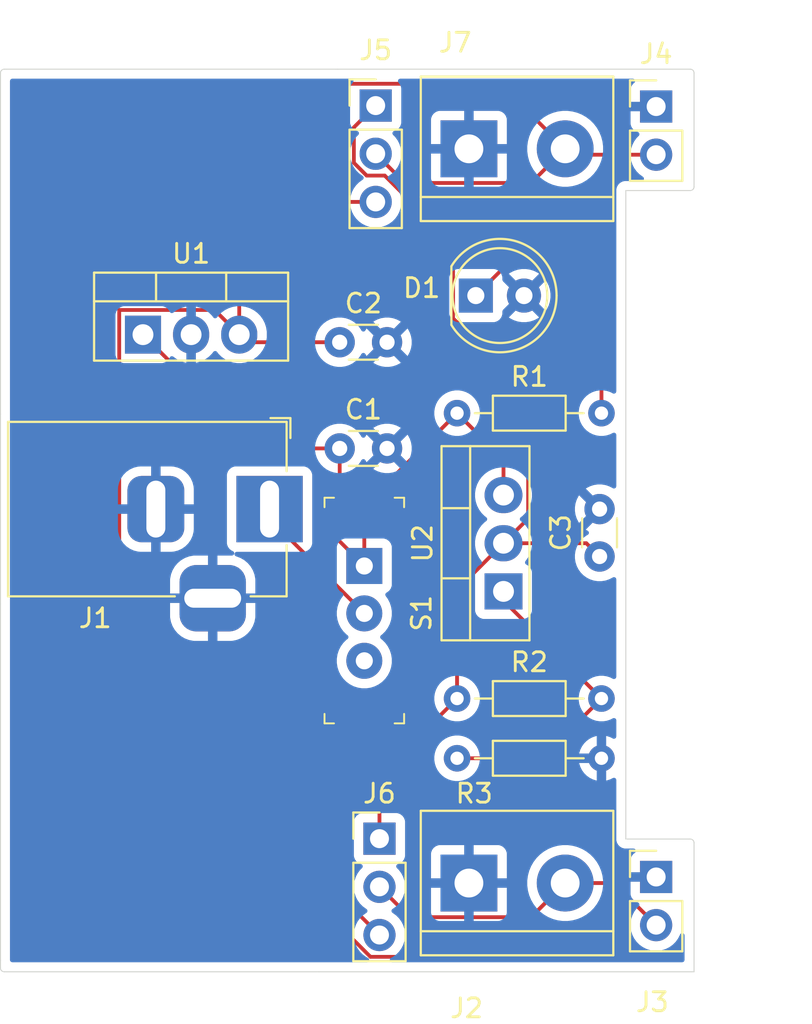
<source format=kicad_pcb>
(kicad_pcb (version 20241229) (generator "pcbnew") (generator_version "9.0")
  (layers (0 "F.Cu" signal) (2 "B.Cu" signal) (13 "F.Paste" user) (15 "B.Paste" user) (5 "F.SilkS" user "F.Silkscreen") (7 "B.SilkS" user "B.Silkscreen") (1 "F.Mask" user) (3 "B.Mask" user) (25 "Edge.Cuts" user))
  (net 0 "")
  (net 1 "GND")
  (net 2 "/12V")
  (net 3 "/5V")
  (net 4 "/3.3V")
  (net 5 "Net-(D1-K)")
  (net 6 "/PWR_intput")
  (net 7 "/PWR_output")
  (net 8 "Net-(U2-ADJ)")
  (footprint "Capacitor_THT:C_Disc_D3.0mm_W1.6mm_P2.50mm" (layer "F.Cu") (at 137.7 86)
    (property "Reference" "C2" (at 1.25 -2.05 0) (layer "F.SilkS"))
    (property "Value" "0.1u")
    (fp_line (start 0.485 -0.92) (end 2.015 -0.92) (stroke (width 0.12)) (layer "F.SilkS"))
    (fp_line (start 0.485 0.92) (end 2.015 0.92) (stroke (width 0.12)) (layer "F.SilkS"))
    (pad "1" thru_hole circle (at 0 0) (size 1.6 1.6) (drill 0.8) (layers "*.Cu" "*.Mask") (net 3 "/5V"))
    (pad "2" thru_hole circle (at 2.5 0) (size 1.6 1.6) (drill 0.8) (layers "*.Cu" "*.Mask") (net 1 "GND"))
  )
  (footprint "Connector_PinHeader_2.54mm:PinHeader_1x03_P2.54mm_Vertical" (layer "F.Cu") (at 139.6 73.52)
    (property "Reference" "J5" (at 0 -2.92 0) (layer "F.SilkS"))
    (property "Value" "Conn_01x03_Pin")
    (fp_line (start -1.38 -1.38) (end 0 -1.38) (stroke (width 0.12)) (layer "F.SilkS"))
    (fp_line (start -1.38 0) (end -1.38 -1.38) (stroke (width 0.12)) (layer "F.SilkS"))
    (fp_line (start -1.38 1.27) (end -1.38 6.46) (stroke (width 0.12)) (layer "F.SilkS"))
    (fp_line (start -1.38 1.27) (end 1.38 1.27) (stroke (width 0.12)) (layer "F.SilkS"))
    (fp_line (start -1.38 6.46) (end 1.38 6.46) (stroke (width 0.12)) (layer "F.SilkS"))
    (fp_line (start 1.38 1.27) (end 1.38 6.46) (stroke (width 0.12)) (layer "F.SilkS"))
    (pad "1" thru_hole rect (at 0 0) (size 1.7 1.7) (drill 1) (layers "*.Cu" "*.Mask") (net 4 "/3.3V"))
    (pad "2" thru_hole circle (at 0 2.54) (size 1.7 1.7) (drill 1) (layers "*.Cu" "*.Mask") (net 7 "/PWR_output"))
    (pad "3" thru_hole circle (at 0 5.08) (size 1.7 1.7) (drill 1) (layers "*.Cu" "*.Mask") (net 3 "/5V"))
  )
  (footprint "Package_TO_SOT_THT:TO-220-3_Vertical" (layer "F.Cu") (at 127.32 85.6)
    (property "Reference" "U1" (at 2.54 -4.27 0) (layer "F.SilkS"))
    (property "Value" "LM7805_TO220")
    (fp_line (start -2.58 -3.27) (end -2.58 1.371) (stroke (width 0.12)) (layer "F.SilkS"))
    (fp_line (start -2.58 -3.27) (end 7.66 -3.27) (stroke (width 0.12)) (layer "F.SilkS"))
    (fp_line (start -2.58 -1.76) (end 7.66 -1.76) (stroke (width 0.12)) (layer "F.SilkS"))
    (fp_line (start -2.58 1.371) (end 7.66 1.371) (stroke (width 0.12)) (layer "F.SilkS"))
    (fp_line (start 0.69 -3.27) (end 0.69 -1.76) (stroke (width 0.12)) (layer "F.SilkS"))
    (fp_line (start 4.391 -3.27) (end 4.391 -1.76) (stroke (width 0.12)) (layer "F.SilkS"))
    (fp_line (start 7.66 -3.27) (end 7.66 1.371) (stroke (width 0.12)) (layer "F.SilkS"))
    (pad "1" thru_hole rect (at 0 0) (size 1.905 2) (drill 1.1) (layers "*.Cu" "*.Mask") (net 2 "/12V"))
    (pad "2" thru_hole oval (at 2.54 0) (size 1.905 2) (drill 1.1) (layers "*.Cu" "*.Mask") (net 1 "GND"))
    (pad "3" thru_hole oval (at 5.08 0) (size 1.905 2) (drill 1.1) (layers "*.Cu" "*.Mask") (net 3 "/5V"))
  )
  (footprint "Connector_PinHeader_2.54mm:PinHeader_1x03_P2.54mm_Vertical" (layer "F.Cu") (at 139.8 112.18)
    (property "Reference" "J6" (at 0 -2.38 0) (layer "F.SilkS"))
    (property "Value" "Conn_01x03_Pin")
    (fp_line (start -1.38 -1.38) (end 0 -1.38) (stroke (width 0.12)) (layer "F.SilkS"))
    (fp_line (start -1.38 0) (end -1.38 -1.38) (stroke (width 0.12)) (layer "F.SilkS"))
    (fp_line (start -1.38 1.27) (end -1.38 6.46) (stroke (width 0.12)) (layer "F.SilkS"))
    (fp_line (start -1.38 1.27) (end 1.38 1.27) (stroke (width 0.12)) (layer "F.SilkS"))
    (fp_line (start -1.38 6.46) (end 1.38 6.46) (stroke (width 0.12)) (layer "F.SilkS"))
    (fp_line (start 1.38 1.27) (end 1.38 6.46) (stroke (width 0.12)) (layer "F.SilkS"))
    (pad "1" thru_hole rect (at 0 0) (size 1.7 1.7) (drill 1) (layers "*.Cu" "*.Mask") (net 4 "/3.3V"))
    (pad "2" thru_hole circle (at 0 2.54) (size 1.7 1.7) (drill 1) (layers "*.Cu" "*.Mask") (net 7 "/PWR_output"))
    (pad "3" thru_hole circle (at 0 5.08) (size 1.7 1.7) (drill 1) (layers "*.Cu" "*.Mask") (net 3 "/5V"))
  )
  (footprint "Connector_BarrelJack:BarrelJack_Horizontal" (layer "F.Cu") (at 134 94.8)
    (property "Reference" "J1" (at -9.2 5.75 0) (layer "F.SilkS"))
    (property "Value" "Barrel_Jack_Switch")
    (fp_line (start -13.8 -4.6) (end 0.9 -4.6) (stroke (width 0.12)) (layer "F.SilkS"))
    (fp_line (start -13.8 4.6) (end -13.8 -4.6) (stroke (width 0.12)) (layer "F.SilkS"))
    (fp_line (start -5 4.6) (end -13.8 4.6) (stroke (width 0.12)) (layer "F.SilkS"))
    (fp_line (start 0.05 -4.8) (end 1.1 -4.8) (stroke (width 0.12)) (layer "F.SilkS"))
    (fp_line (start 0.9 -4.6) (end 0.9 -2) (stroke (width 0.12)) (layer "F.SilkS"))
    (fp_line (start 0.9 1.9) (end 0.9 4.6) (stroke (width 0.12)) (layer "F.SilkS"))
    (fp_line (start 0.9 4.6) (end -1 4.6) (stroke (width 0.12)) (layer "F.SilkS"))
    (fp_line (start 1.1 -3.75) (end 1.1 -4.8) (stroke (width 0.12)) (layer "F.SilkS"))
    (pad "1" thru_hole rect (at 0 0) (size 3.5 3.5) (drill oval 1 3) (layers "*.Cu" "*.Mask") (net 6 "/PWR_intput"))
    (pad "2" thru_hole roundrect (at -6 0) (size 3 3.5) (drill oval 1 3) (layers "*.Cu" "*.Mask") (net 1 "GND"))
    (pad "3" thru_hole roundrect (at -3 4.7) (size 3.5 3.5) (drill oval 3 1) (layers "*.Cu" "*.Mask") (net 1 "GND"))
  )
  (footprint "Connector_PinHeader_2.54mm:PinHeader_1x02_P2.54mm_Vertical" (layer "F.Cu") (at 154.4 114.2)
    (property "Reference" "J3" (at -0.2 6.6 0) (layer "F.SilkS"))
    (property "Value" "Conn_01x02_Pin")
    (fp_line (start -1.38 -1.38) (end 0 -1.38) (stroke (width 0.12)) (layer "F.SilkS"))
    (fp_line (start -1.38 0) (end -1.38 -1.38) (stroke (width 0.12)) (layer "F.SilkS"))
    (fp_line (start -1.38 1.27) (end -1.38 3.92) (stroke (width 0.12)) (layer "F.SilkS"))
    (fp_line (start -1.38 1.27) (end 1.38 1.27) (stroke (width 0.12)) (layer "F.SilkS"))
    (fp_line (start -1.38 3.92) (end 1.38 3.92) (stroke (width 0.12)) (layer "F.SilkS"))
    (fp_line (start 1.38 1.27) (end 1.38 3.92) (stroke (width 0.12)) (layer "F.SilkS"))
    (pad "1" thru_hole rect (at 0 0) (size 1.7 1.7) (drill 1) (layers "*.Cu" "*.Mask") (net 1 "GND"))
    (pad "2" thru_hole circle (at 0 2.54) (size 1.7 1.7) (drill 1) (layers "*.Cu" "*.Mask") (net 7 "/PWR_output"))
  )
  (footprint "TerminalBlock:TerminalBlock_bornier-2_P5.08mm" (layer "F.Cu") (at 144.52 114.52)
    (property "Reference" "J2" (at -0.12 6.6 0) (layer "F.SilkS"))
    (property "Value" "Screw_Terminal_01x02")
    (fp_line (start -2.54 -3.81) (end -2.54 3.81) (stroke (width 0.12)) (layer "F.SilkS"))
    (fp_line (start -2.54 3.81) (end 7.62 3.81) (stroke (width 0.12)) (layer "F.SilkS"))
    (fp_line (start 7.62 -3.81) (end -2.54 -3.81) (stroke (width 0.12)) (layer "F.SilkS"))
    (fp_line (start 7.62 2.54) (end -2.54 2.54) (stroke (width 0.12)) (layer "F.SilkS"))
    (fp_line (start 7.62 3.81) (end 7.62 -3.81) (stroke (width 0.12)) (layer "F.SilkS"))
    (pad "1" thru_hole rect (at 0 0) (size 3 3) (drill 1.52) (layers "*.Cu" "*.Mask") (net 1 "GND"))
    (pad "2" thru_hole circle (at 5.08 0) (size 3 3) (drill 1.52) (layers "*.Cu" "*.Mask") (net 7 "/PWR_output"))
  )
  (footprint "Resistor_THT:R_Axial_DIN0204_L3.6mm_D1.6mm_P7.62mm_Horizontal" (layer "F.Cu") (at 143.895 107.94)
    (property "Reference" "R3" (at 0.905 1.86 0) (layer "F.SilkS"))
    (property "Value" "560")
    (fp_line (start 0.94 0) (end 1.89 0) (stroke (width 0.12)) (layer "F.SilkS"))
    (fp_line (start 1.89 -0.92) (end 1.89 0.92) (stroke (width 0.12)) (layer "F.SilkS"))
    (fp_line (start 1.89 0.92) (end 5.73 0.92) (stroke (width 0.12)) (layer "F.SilkS"))
    (fp_line (start 5.73 -0.92) (end 1.89 -0.92) (stroke (width 0.12)) (layer "F.SilkS"))
    (fp_line (start 5.73 0.92) (end 5.73 -0.92) (stroke (width 0.12)) (layer "F.SilkS"))
    (fp_line (start 6.68 0) (end 5.73 0) (stroke (width 0.12)) (layer "F.SilkS"))
    (pad "1" thru_hole circle (at 0 0) (size 1.4 1.4) (drill 0.7) (layers "*.Cu" "*.Mask") (net 8 "Net-(U2-ADJ)"))
    (pad "2" thru_hole oval (at 7.62 0) (size 1.4 1.4) (drill 0.7) (layers "*.Cu" "*.Mask") (net 1 "GND"))
  )
  (footprint "Resistor_THT:R_Axial_DIN0204_L3.6mm_D1.6mm_P7.62mm_Horizontal" (layer "F.Cu") (at 143.895 104.79)
    (property "Reference" "R2" (at 3.81 -1.92 0) (layer "F.SilkS"))
    (property "Value" "330")
    (fp_line (start 0.94 0) (end 1.89 0) (stroke (width 0.12)) (layer "F.SilkS"))
    (fp_line (start 1.89 -0.92) (end 1.89 0.92) (stroke (width 0.12)) (layer "F.SilkS"))
    (fp_line (start 1.89 0.92) (end 5.73 0.92) (stroke (width 0.12)) (layer "F.SilkS"))
    (fp_line (start 5.73 -0.92) (end 1.89 -0.92) (stroke (width 0.12)) (layer "F.SilkS"))
    (fp_line (start 5.73 0.92) (end 5.73 -0.92) (stroke (width 0.12)) (layer "F.SilkS"))
    (fp_line (start 6.68 0) (end 5.73 0) (stroke (width 0.12)) (layer "F.SilkS"))
    (pad "1" thru_hole circle (at 0 0) (size 1.4 1.4) (drill 0.7) (layers "*.Cu" "*.Mask") (net 4 "/3.3V"))
    (pad "2" thru_hole oval (at 7.62 0) (size 1.4 1.4) (drill 0.7) (layers "*.Cu" "*.Mask") (net 8 "Net-(U2-ADJ)"))
  )
  (footprint "LED_THT:LED_D5.0mm_Clear" (layer "F.Cu") (at 144.885 83.54)
    (property "Reference" "D1" (at -2.86 -0.4 0) (layer "F.SilkS"))
    (property "Value" "LED")
    (fp_line (start -1.29 -1.545) (end -1.29 1.545) (stroke (width 0.12)) (layer "F.SilkS"))
    (fp_arc (start -1.29 -1.54483) (mid 2.071756 -2.880501) (end 4.26 -0.000048) (stroke (width 0.12)) (layer "F.SilkS"))
    (fp_arc (start 4.26 0.000048) (mid 2.071756 2.880501) (end -1.29 1.54483) (stroke (width 0.12)) (layer "F.SilkS"))
    (fp_circle (center 1.27 0) (end 3.77 0) (stroke (width 0.12)) (fill no) (layer "F.SilkS"))
    (pad "1" thru_hole rect (at 0 0) (size 1.8 1.8) (drill 0.9) (layers "*.Cu" "*.Mask") (net 5 "Net-(D1-K)"))
    (pad "2" thru_hole circle (at 2.54 0) (size 1.8 1.8) (drill 0.9) (layers "*.Cu" "*.Mask") (net 1 "GND"))
  )
  (footprint "Connector_PinHeader_2.54mm:PinHeader_1x02_P2.54mm_Vertical" (layer "F.Cu") (at 154.4 73.57)
    (property "Reference" "J4" (at 0 -2.77 0) (layer "F.SilkS"))
    (property "Value" "Conn_01x02_Pin")
    (fp_line (start -1.38 -1.38) (end 0 -1.38) (stroke (width 0.12)) (layer "F.SilkS"))
    (fp_line (start -1.38 0) (end -1.38 -1.38) (stroke (width 0.12)) (layer "F.SilkS"))
    (fp_line (start -1.38 1.27) (end -1.38 3.92) (stroke (width 0.12)) (layer "F.SilkS"))
    (fp_line (start -1.38 1.27) (end 1.38 1.27) (stroke (width 0.12)) (layer "F.SilkS"))
    (fp_line (start -1.38 3.92) (end 1.38 3.92) (stroke (width 0.12)) (layer "F.SilkS"))
    (fp_line (start 1.38 1.27) (end 1.38 3.92) (stroke (width 0.12)) (layer "F.SilkS"))
    (pad "1" thru_hole rect (at 0 0) (size 1.7 1.7) (drill 1) (layers "*.Cu" "*.Mask") (net 1 "GND"))
    (pad "2" thru_hole circle (at 0 2.54) (size 1.7 1.7) (drill 1) (layers "*.Cu" "*.Mask") (net 7 "/PWR_output"))
  )
  (footprint "Resistor_THT:R_Axial_DIN0204_L3.6mm_D1.6mm_P7.62mm_Horizontal" (layer "F.Cu") (at 143.895 89.74)
    (property "Reference" "R1" (at 3.81 -1.92 0) (layer "F.SilkS"))
    (property "Value" "330")
    (fp_line (start 0.94 0) (end 1.89 0) (stroke (width 0.12)) (layer "F.SilkS"))
    (fp_line (start 1.89 -0.92) (end 1.89 0.92) (stroke (width 0.12)) (layer "F.SilkS"))
    (fp_line (start 1.89 0.92) (end 5.73 0.92) (stroke (width 0.12)) (layer "F.SilkS"))
    (fp_line (start 5.73 -0.92) (end 1.89 -0.92) (stroke (width 0.12)) (layer "F.SilkS"))
    (fp_line (start 5.73 0.92) (end 5.73 -0.92) (stroke (width 0.12)) (layer "F.SilkS"))
    (fp_line (start 6.68 0) (end 5.73 0) (stroke (width 0.12)) (layer "F.SilkS"))
    (pad "1" thru_hole circle (at 0 0) (size 1.4 1.4) (drill 0.7) (layers "*.Cu" "*.Mask") (net 2 "/12V"))
    (pad "2" thru_hole oval (at 7.62 0) (size 1.4 1.4) (drill 0.7) (layers "*.Cu" "*.Mask") (net 5 "Net-(D1-K)"))
  )
  (footprint "digikey-footprints:Switch_Slide_11.6x4mm_EG1218" (layer "F.Cu") (at 139 97.8 -90)
    (property "Reference" "S1" (at 2.49 -3.02 90) (layer "F.SilkS"))
    (property "Value" "EG1218")
    (fp_line (start -3.6 2.1) (end -3.1 2.1) (stroke (width 0.1)) (layer "F.SilkS"))
    (fp_line (start -3.6 2.1) (end -3.6 1.6) (stroke (width 0.1)) (layer "F.SilkS"))
    (fp_line (start 8.3 2.1) (end 7.8 2.1) (stroke (width 0.1)) (layer "F.SilkS"))
    (fp_line (start 8.3 2.1) (end 8.3 1.6) (stroke (width 0.1)) (layer "F.SilkS"))
    (fp_line (start -3.6 -2.1) (end -3.6 -1.6) (stroke (width 0.1)) (layer "F.SilkS"))
    (fp_line (start -3.6 -2.1) (end -3.1 -2.1) (stroke (width 0.1)) (layer "F.SilkS"))
    (fp_line (start 8.3 -2.1) (end 8.3 -1.6) (stroke (width 0.1)) (layer "F.SilkS"))
    (fp_line (start 8.3 -2.1) (end 7.8 -2.1) (stroke (width 0.1)) (layer "F.SilkS"))
    (pad "1" thru_hole rect (at 0 0 270) (size 1.9 1.9) (drill 0.9) (layers "*.Cu" "*.Mask") (net 2 "/12V"))
    (pad "2" thru_hole circle (at 2.5 0 270) (size 1.9 1.9) (drill 0.9) (layers "*.Cu" "*.Mask") (net 6 "/PWR_intput"))
    (pad "3" thru_hole circle (at 5 0 270) (size 1.9 1.9) (drill 0.9) (layers "*.Cu" "*.Mask"))
  )
  (footprint "Capacitor_THT:C_Disc_D3.0mm_W1.6mm_P2.50mm" (layer "F.Cu") (at 137.7 91.6)
    (property "Reference" "C1" (at 1.25 -2.05 0) (layer "F.SilkS"))
    (property "Value" "10u")
    (fp_line (start 0.485 -0.92) (end 2.015 -0.92) (stroke (width 0.12)) (layer "F.SilkS"))
    (fp_line (start 0.485 0.92) (end 2.015 0.92) (stroke (width 0.12)) (layer "F.SilkS"))
    (pad "1" thru_hole circle (at 0 0) (size 1.6 1.6) (drill 0.8) (layers "*.Cu" "*.Mask") (net 2 "/12V"))
    (pad "2" thru_hole circle (at 2.5 0) (size 1.6 1.6) (drill 0.8) (layers "*.Cu" "*.Mask") (net 1 "GND"))
  )
  (footprint "Capacitor_THT:C_Disc_D3.0mm_W1.6mm_P2.50mm" (layer "F.Cu") (at 151.415 97.3 90)
    (property "Reference" "C3" (at 1.25 -2.05 90) (layer "F.SilkS"))
    (property "Value" "1u")
    (fp_line (start 0.485 -0.92) (end 2.015 -0.92) (stroke (width 0.12)) (layer "F.SilkS"))
    (fp_line (start 0.485 0.92) (end 2.015 0.92) (stroke (width 0.12)) (layer "F.SilkS"))
    (pad "1" thru_hole circle (at 0 0 90) (size 1.6 1.6) (drill 0.8) (layers "*.Cu" "*.Mask") (net 4 "/3.3V"))
    (pad "2" thru_hole circle (at 2.5 0 90) (size 1.6 1.6) (drill 0.8) (layers "*.Cu" "*.Mask") (net 1 "GND"))
  )
  (footprint "TerminalBlock:TerminalBlock_bornier-2_P5.08mm" (layer "F.Cu") (at 144.52 75.8)
    (property "Reference" "J7" (at -0.72 -5.6 0) (layer "F.SilkS"))
    (property "Value" "Screw_Terminal_01x02")
    (fp_line (start -2.54 -3.81) (end -2.54 3.81) (stroke (width 0.12)) (layer "F.SilkS"))
    (fp_line (start -2.54 3.81) (end 7.62 3.81) (stroke (width 0.12)) (layer "F.SilkS"))
    (fp_line (start 7.62 -3.81) (end -2.54 -3.81) (stroke (width 0.12)) (layer "F.SilkS"))
    (fp_line (start 7.62 2.54) (end -2.54 2.54) (stroke (width 0.12)) (layer "F.SilkS"))
    (fp_line (start 7.62 3.81) (end 7.62 -3.81) (stroke (width 0.12)) (layer "F.SilkS"))
    (pad "1" thru_hole rect (at 0 0) (size 3 3) (drill 1.52) (layers "*.Cu" "*.Mask") (net 1 "GND"))
    (pad "2" thru_hole circle (at 5.08 0) (size 3 3) (drill 1.52) (layers "*.Cu" "*.Mask") (net 7 "/PWR_output"))
  )
  (footprint "Package_TO_SOT_THT:TO-220-3_Vertical" (layer "F.Cu") (at 146.345 99.14 90)
    (property "Reference" "U2" (at 2.54 -4.27 90) (layer "F.SilkS"))
    (property "Value" "LM317_TO-220")
    (fp_line (start 7.66 -3.27) (end 7.66 1.371) (stroke (width 0.12)) (layer "F.SilkS"))
    (fp_line (start 4.391 -3.27) (end 4.391 -1.76) (stroke (width 0.12)) (layer "F.SilkS"))
    (fp_line (start 0.69 -3.27) (end 0.69 -1.76) (stroke (width 0.12)) (layer "F.SilkS"))
    (fp_line (start -2.58 -3.27) (end 7.66 -3.27) (stroke (width 0.12)) (layer "F.SilkS"))
    (fp_line (start -2.58 -3.27) (end -2.58 1.371) (stroke (width 0.12)) (layer "F.SilkS"))
    (fp_line (start -2.58 -1.76) (end 7.66 -1.76) (stroke (width 0.12)) (layer "F.SilkS"))
    (fp_line (start -2.58 1.371) (end 7.66 1.371) (stroke (width 0.12)) (layer "F.SilkS"))
    (pad "1" thru_hole rect (at 0 0 90) (size 1.905 2) (drill 1.1) (layers "*.Cu" "*.Mask") (net 8 "Net-(U2-ADJ)"))
    (pad "2" thru_hole oval (at 2.54 0 90) (size 1.905 2) (drill 1.1) (layers "*.Cu" "*.Mask") (net 4 "/3.3V"))
    (pad "3" thru_hole oval (at 5.08 0 90) (size 1.905 2) (drill 1.1) (layers "*.Cu" "*.Mask") (net 2 "/12V"))
  )
  (gr_line (start 119.8 89.8) (end 119.8 99.8) (stroke (width 0.05)) (layer "Edge.Cuts"))
  (gr_arc (start 119.800001 71.8) (mid 119.815225 71.723463) (end 119.85858 71.658579) (stroke (width 0.05)) (layer "Edge.Cuts"))
  (gr_line (start 120 71.600001) (end 137.6 71.6) (stroke (width 0.05)) (layer "Edge.Cuts"))
  (gr_arc (start 119.858579 71.658579) (mid 119.923464 71.615225) (end 120 71.6) (stroke (width 0.05)) (layer "Edge.Cuts"))
  (gr_arc (start 156.4 77.8) (mid 156.341421 77.941421) (end 156.2 78) (stroke (width 0.05)) (layer "Edge.Cuts"))
  (gr_arc (start 156.2 71.6) (mid 156.341421 71.658579) (end 156.4 71.8) (stroke (width 0.05)) (layer "Edge.Cuts"))
  (gr_line (start 119.8 99.8) (end 119.8 118.6) (stroke (width 0.05)) (layer "Edge.Cuts"))
  (gr_line (start 152.8 112.2) (end 152.8 78) (stroke (width 0.05)) (layer "Edge.Cuts"))
  (gr_arc (start 156.2 112.2) (mid 156.341421 112.258579) (end 156.4 112.4) (stroke (width 0.05)) (layer "Edge.Cuts"))
  (gr_line (start 136.6 119.2) (end 156.4 119.2) (stroke (width 0.05)) (layer "Edge.Cuts"))
  (gr_arc (start 120 119.2) (mid 119.858579 119.141421) (end 119.8 119) (stroke (width 0.05)) (layer "Edge.Cuts"))
  (gr_line (start 152.8 78) (end 156.2 78) (stroke (width 0.05)) (layer "Edge.Cuts"))
  (gr_line (start 156.2 112.2) (end 152.8 112.2) (stroke (width 0.05)) (layer "Edge.Cuts"))
  (gr_line (start 119.8 118.6) (end 119.8 119) (stroke (width 0.05)) (layer "Edge.Cuts"))
  (gr_line (start 119.8 89.8) (end 119.8 71.8) (stroke (width 0.05)) (layer "Edge.Cuts"))
  (gr_line (start 156.2 71.6) (end 137.6 71.6) (stroke (width 0.05)) (layer "Edge.Cuts"))
  (gr_line (start 156.4 77.8) (end 156.4 71.8) (stroke (width 0.05)) (layer "Edge.Cuts"))
  (gr_line (start 120 119.2) (end 136.6 119.2) (stroke (width 0.05)) (layer "Edge.Cuts"))
  (gr_line (start 156.4 119.2) (end 156.4 112.4) (stroke (width 0.05)) (layer "Edge.Cuts"))
  (segment (start 133.32 91.6) (end 127.32 85.6) (width 0.2) (layer "F.Cu") (net 2))
  (segment (start 137.7 91.6) (end 133.32 91.6) (width 0.2) (layer "F.Cu") (net 2))
  (segment (start 139 97.8) (end 139 94.635) (width 0.2) (layer "F.Cu") (net 2))
  (segment (start 137.7 94.3) (end 137.7 91.6) (width 0.2) (layer "F.Cu") (net 2))
  (segment (start 137.2 96) (end 137.2 94.8) (width 0.2) (layer "F.Cu") (net 2))
  (segment (start 146.345 94.06) (end 146.345 92.19) (width 0.2) (layer "F.Cu") (net 2))
  (segment (start 137.2 94.8) (end 137.7 94.3) (width 0.2) (layer "F.Cu") (net 2))
  (segment (start 139 94.635) (end 143.895 89.74) (width 0.2) (layer "F.Cu") (net 2))
  (segment (start 146.345 92.19) (end 143.895 89.74) (width 0.2) (layer "F.Cu") (net 2))
  (segment (start 139 97.8) (end 137.2 96) (width 0.2) (layer "F.Cu") (net 2))
  (segment (start 135 78.6) (end 132.4 81.2) (width 0.2) (layer "F.Cu") (net 3))
  (segment (start 126.0665 84.299) (end 131.099 84.299) (width 0.2) (layer "F.Cu") (net 3))
  (segment (start 131.099 84.299) (end 132.4 85.6) (width 0.2) (layer "F.Cu") (net 3))
  (segment (start 132.4 81.2) (end 132.4 85.6) (width 0.2) (layer "F.Cu") (net 3))
  (segment (start 132.8 86) (end 132.4 85.6) (width 0.2) (layer "F.Cu") (net 3))
  (segment (start 139.6 78.6) (end 135 78.6) (width 0.2) (layer "F.Cu") (net 3))
  (segment (start 139.8 117.26) (end 126.0665 103.5265) (width 0.2) (layer "F.Cu") (net 3))
  (segment (start 126.0665 103.5265) (end 126.0665 84.299) (width 0.2) (layer "F.Cu") (net 3))
  (segment (start 137.7 86) (end 132.8 86) (width 0.2) (layer "F.Cu") (net 3))
  (segment (start 143.684 80.81824) (end 143.684 84.741) (width 0.2) (layer "F.Cu") (net 4))
  (segment (start 146.6 87.657) (end 146.6 91.8779) (width 0.2) (layer "F.Cu") (net 4))
  (segment (start 138.449 74.671) (end 138.449 76.53676) (width 0.2) (layer "F.Cu") (net 4))
  (segment (start 150.715 96.6) (end 151.415 97.3) (width 0.2) (layer "F.Cu") (net 4))
  (segment (start 143.895 99.05) (end 143.895 104.79) (width 0.2) (layer "F.Cu") (net 4))
  (segment (start 146.6 91.8779) (end 147.646 92.9239) (width 0.2) (layer "F.Cu") (net 4))
  (segment (start 140.07676 77.211) (end 143.684 80.81824) (width 0.2) (layer "F.Cu") (net 4))
  (segment (start 138.449 76.53676) (end 139.12324 77.211) (width 0.2) (layer "F.Cu") (net 4))
  (segment (start 143.895 104.79) (end 139.8 108.885) (width 0.2) (layer "F.Cu") (net 4))
  (segment (start 147.646 92.9239) (end 147.646 95.299) (width 0.2) (layer "F.Cu") (net 4))
  (segment (start 139.6 73.52) (end 138.449 74.671) (width 0.2) (layer "F.Cu") (net 4))
  (segment (start 146.345 96.6) (end 150.715 96.6) (width 0.2) (layer "F.Cu") (net 4))
  (segment (start 143.684 84.741) (end 146.6 87.657) (width 0.2) (layer "F.Cu") (net 4))
  (segment (start 147.646 95.299) (end 146.345 96.6) (width 0.2) (layer "F.Cu") (net 4))
  (segment (start 146.345 96.6) (end 143.895 99.05) (width 0.2) (layer "F.Cu") (net 4))
  (segment (start 139.8 108.885) (end 139.8 112.18) (width 0.2) (layer "F.Cu") (net 4))
  (segment (start 139.12324 77.211) (end 140.07676 77.211) (width 0.2) (layer "F.Cu") (net 4))
  (segment (start 144.885 83.54) (end 147.025 81.4) (width 0.2) (layer "F.Cu") (net 5))
  (segment (start 151.515 82.515) (end 151.515 89.74) (width 0.2) (layer "F.Cu") (net 5))
  (segment (start 150.4 81.4) (end 151.515 82.515) (width 0.2) (layer "F.Cu") (net 5))
  (segment (start 147.025 81.4) (end 150.4 81.4) (width 0.2) (layer "F.Cu") (net 5))
  (segment (start 134 95.3) (end 139 100.3) (width 0.2) (layer "F.Cu") (net 6))
  (segment (start 134 94.8) (end 134 95.3) (width 0.2) (layer "F.Cu") (net 6))
  (segment (start 141.141 77.601) (end 147.799 77.601) (width 0.2) (layer "F.Cu") (net 7))
  (segment (start 154.4 116.74) (end 152.18 114.52) (width 0.2) (layer "F.Cu") (net 7))
  (segment (start 139.6 76.06) (end 141.141 77.601) (width 0.2) (layer "F.Cu") (net 7))
  (segment (start 141.401 116.321) (end 147.799 116.321) (width 0.2) (layer "F.Cu") (net 7))
  (segment (start 147.799 116.321) (end 149.6 114.52) (width 0.2) (layer "F.Cu") (net 7))
  (segment (start 145.709 118.411) (end 139.32324 118.411) (width 0.2) (layer "F.Cu") (net 7))
  (segment (start 125.031 72.369) (end 146.169 72.369) (width 0.2) (layer "F.Cu") (net 7))
  (segment (start 154.4 76.11) (end 149.91 76.11) (width 0.2) (layer "F.Cu") (net 7))
  (segment (start 139.8 114.72) (end 141.401 116.321) (width 0.2) (layer "F.Cu") (net 7))
  (segment (start 147.799 77.601) (end 149.6 75.8) (width 0.2) (layer "F.Cu") (net 7))
  (segment (start 139.32324 118.411) (end 123.6 102.68776) (width 0.2) (layer "F.Cu") (net 7))
  (segment (start 152.18 114.52) (end 149.6 114.52) (width 0.2) (layer "F.Cu") (net 7))
  (segment (start 149.91 76.11) (end 149.6 75.8) (width 0.2) (layer "F.Cu") (net 7))
  (segment (start 146.169 72.369) (end 149.6 75.8) (width 0.2) (layer "F.Cu") (net 7))
  (segment (start 149.6 114.52) (end 145.709 118.411) (width 0.2) (layer "F.Cu") (net 7))
  (segment (start 123.6 102.68776) (end 123.6 73.8) (width 0.2) (layer "F.Cu") (net 7))
  (segment (start 123.6 73.8) (end 125.031 72.369) (width 0.2) (layer "F.Cu") (net 7))
  (segment (start 146.345 99.62) (end 146.345 99.14) (width 0.2) (layer "F.Cu") (net 8))
  (segment (start 143.895 107.94) (end 148.365 107.94) (width 0.2) (layer "F.Cu") (net 8))
  (segment (start 148.365 107.94) (end 151.515 104.79) (width 0.2) (layer "F.Cu") (net 8))
  (segment (start 151.515 104.79) (end 146.345 99.62) (width 0.2) (layer "F.Cu") (net 8))
  (zone (net 1) (net_name "GND") (layer "B.Cu") (connect_pads (clearance 0.5)) (min_thickness 0.25) (fill yes (thermal_gap 0.5) (thermal_bridge_width 0.5))
    (polygon (pts (xy 156.3 71.7) (xy 119.9 71.7) (xy 119.9 119.1) (xy 156.35 119.15) (xy 156.3 112.3) (xy 152.7 112.3) (xy 152.7 78) (xy 156.25 77.95)))
  )
)
</source>
